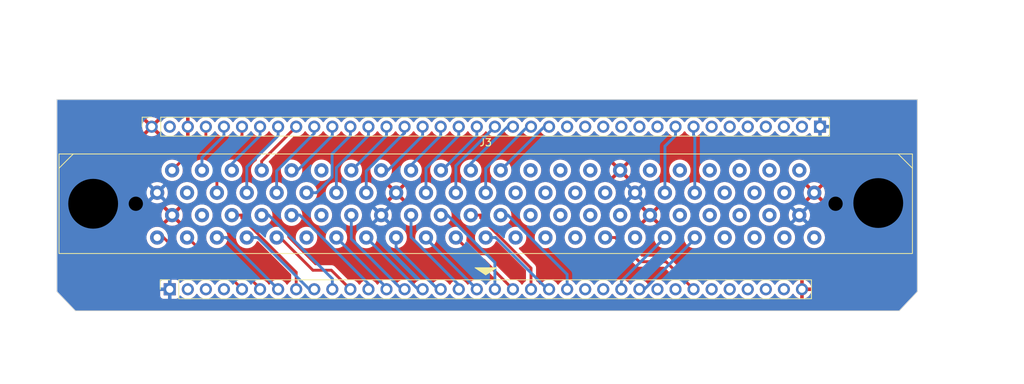
<source format=kicad_pcb>
(kicad_pcb (version 20221018) (generator pcbnew)
  (title_block (title "OSCR CASIO LOOPY ADAPTER") (date "2023-06-14") (rev "V1"))
  (layers (0 "F.Cu" signal) (31 "B.Cu" signal) (34 "B.Paste" user) (35 "F.Paste" user) (36 "B.SilkS" user "B.Silkscreen") (37 "F.SilkS" user "F.Silkscreen") (38 "B.Mask" user) (39 "F.Mask" user) (44 "Edge.Cuts" user))
  (net 0 "")
  (net 1 "D30")
  (net 2 "D31")
  (net 3 "D28")
  (net 4 "D29")
  (net 5 "D26")
  (net 6 "D27")
  (net 7 "D24")
  (net 8 "D25")
  (net 9 "D22")
  (net 10 "D23")
  (net 11 "+5V")
  (net 14 "D17")
  (net 15 "D14")
  (net 16 "D15")
  (net 19 "D8")
  (net 20 "D9")
  (net 21 "D6")
  (net 22 "D7")
  (net 23 "D4")
  (net 25 "D2")
  (net 26 "D3")
  (net 30 "GND")
  (net 31 "D46")
  (net 32 "D47")
  (net 33 "D44")
  (net 34 "D45")
  (net 35 "D42")
  (net 36 "D43")
  (net 37 "D40")
  (net 38 "D41")
  (net 40 "D36")
  (net 41 "D37")
  (net 42 "D34")
  (net 43 "D32")
  (net 44 "D33")
  (net 45 "A14")
  (net 46 "A15")
  (net 47 "A12")
  (net 48 "A13")
  (net 49 "A10")
  (net 50 "A11")
  (net 51 "A8")
  (net 52 "A9")
  (net 53 "A6")
  (net 54 "A7")
  (net 55 "A4")
  (net 56 "A5")
  (net 57 "A2")
  (net 58 "A3")
  (net 59 "A0")
  (net 60 "A1")
  (net 61 "D35")
  (net 66 "D49")
  (net 67 "D48")
  (net 68 "CLK2")
  (net 69 "CLK1")
  (net 70 "CLK0")
  (footprint "Connector_PinSocket_2.54mm:PinSocket_1x36_P2.54mm_Vertical" (layer "F.Cu") (at 105.1 104.255 90)
    (fp_text reference "J2")
    (fp_text value "CART SLOT BOTTOM ROW")
    (fp_line (start -1.33 1.27) (end -1.33 90.23) (stroke (width 0.12)) (layer "F.SilkS"))
    (fp_line (start -1.33 1.27) (end 1.33 1.27) (stroke (width 0.12)) (layer "F.SilkS"))
    (fp_line (start -1.33 90.23) (end 1.33 90.23) (stroke (width 0.12)) (layer "F.SilkS"))
    (fp_line (start 0 -1.33) (end 1.33 -1.33) (stroke (width 0.12)) (layer "F.SilkS"))
    (fp_line (start 1.33 -1.33) (end 1.33 0) (stroke (width 0.12)) (layer "F.SilkS"))
    (fp_line (start 1.33 1.27) (end 1.33 90.23) (stroke (width 0.12)) (layer "F.SilkS"))
    (pad "1" thru_hole rect (at 0 0 90) (size 1.7 1.7) (drill 1) (layers "*.Cu" "*.Mask") (net 30 "GND"))
    (pad "2" thru_hole oval (at 0 2.54 90) (size 1.7 1.7) (drill 1) (layers "*.Cu" "*.Mask"))
    (pad "3" thru_hole oval (at 0 5.08 90) (size 1.7 1.7) (drill 1) (layers "*.Cu" "*.Mask"))
    (pad "4" thru_hole oval (at 0 7.62 90) (size 1.7 1.7) (drill 1) (layers "*.Cu" "*.Mask"))
    (pad "5" thru_hole oval (at 0 10.16 90) (size 1.7 1.7) (drill 1) (layers "*.Cu" "*.Mask") (net 25 "D2"))
    (pad "6" thru_hole oval (at 0 12.7 90) (size 1.7 1.7) (drill 1) (layers "*.Cu" "*.Mask") (net 26 "D3"))
    (pad "7" thru_hole oval (at 0 15.24 90) (size 1.7 1.7) (drill 1) (layers "*.Cu" "*.Mask") (net 38 "D41"))
    (pad "8" thru_hole oval (at 0 17.78 90) (size 1.7 1.7) (drill 1) (layers "*.Cu" "*.Mask") (net 37 "D40"))
    (pad "9" thru_hole oval (at 0 20.32 90) (size 1.7 1.7) (drill 1) (layers "*.Cu" "*.Mask") (net 23 "D4"))
    (pad "10" thru_hole oval (at 0 22.86 90) (size 1.7 1.7) (drill 1) (layers "*.Cu" "*.Mask") (net 16 "D15"))
    (pad "11" thru_hole oval (at 0 25.4 90) (size 1.7 1.7) (drill 1) (layers "*.Cu" "*.Mask") (net 15 "D14"))
    (pad "12" thru_hole oval (at 0 27.94 90) (size 1.7 1.7) (drill 1) (layers "*.Cu" "*.Mask") (net 9 "D22"))
    (pad "13" thru_hole oval (at 0 30.48 90) (size 1.7 1.7) (drill 1) (layers "*.Cu" "*.Mask") (net 10 "D23"))
    (pad "14" thru_hole oval (at 0 33.02 90) (size 1.7 1.7) (drill 1) (layers "*.Cu" "*.Mask") (net 7 "D24"))
    (pad "15" thru_hole oval (at 0 35.56 90) (size 1.7 1.7) (drill 1) (layers "*.Cu" "*.Mask") (net 8 "D25"))
    (pad "16" thru_hole oval (at 0 38.1 90) (size 1.7 1.7) (drill 1) (layers "*.Cu" "*.Mask") (net 5 "D26"))
    (pad "17" thru_hole oval (at 0 40.64 90) (size 1.7 1.7) (drill 1) (layers "*.Cu" "*.Mask") (net 6 "D27"))
    (pad "18" thru_hole oval (at 0 43.18 90) (size 1.7 1.7) (drill 1) (layers "*.Cu" "*.Mask") (net 3 "D28"))
    (pad "19" thru_hole oval (at 0 45.72 90) (size 1.7 1.7) (drill 1) (layers "*.Cu" "*.Mask") (net 4 "D29"))
    (pad "20" thru_hole oval (at 0 48.26 90) (size 1.7 1.7) (drill 1) (layers "*.Cu" "*.Mask") (net 66 "D49"))
    (pad "21" thru_hole oval (at 0 50.8 90) (size 1.7 1.7) (drill 1) (layers "*.Cu" "*.Mask") (net 67 "D48"))
    (pad "22" thru_hole oval (at 0 53.34 90) (size 1.7 1.7) (drill 1) (layers "*.Cu" "*.Mask") (net 32 "D47"))
    (pad "23" thru_hole oval (at 0 55.88 90) (size 1.7 1.7) (drill 1) (layers "*.Cu" "*.Mask") (net 31 "D46"))
    (pad "24" thru_hole oval (at 0 58.42 90) (size 1.7 1.7) (drill 1) (layers "*.Cu" "*.Mask") (net 34 "D45"))
    (pad "25" thru_hole oval (at 0 60.96 90) (size 1.7 1.7) (drill 1) (layers "*.Cu" "*.Mask") (net 33 "D44"))
    (pad "26" thru_hole oval (at 0 63.5 90) (size 1.7 1.7) (drill 1) (layers "*.Cu" "*.Mask") (net 36 "D43"))
    (pad "27" thru_hole oval (at 0 66.04 90) (size 1.7 1.7) (drill 1) (layers "*.Cu" "*.Mask") (net 35 "D42"))
    (pad "28" thru_hole oval (at 0 68.58 90) (size 1.7 1.7) (drill 1) (layers "*.Cu" "*.Mask"))
    (pad "29" thru_hole oval (at 0 71.12 90) (size 1.7 1.7) (drill 1) (layers "*.Cu" "*.Mask"))
    (pad "30" thru_hole oval (at 0 73.66 90) (size 1.7 1.7) (drill 1) (layers "*.Cu" "*.Mask") (net 68 "CLK2"))
    (pad "31" thru_hole oval (at 0 76.2 90) (size 1.7 1.7) (drill 1) (layers "*.Cu" "*.Mask") (net 69 "CLK1"))
    (pad "32" thru_hole oval (at 0 78.74 90) (size 1.7 1.7) (drill 1) (layers "*.Cu" "*.Mask") (net 70 "CLK0"))
    (pad "33" thru_hole oval (at 0 81.28 90) (size 1.7 1.7) (drill 1) (layers "*.Cu" "*.Mask"))
    (pad "34" thru_hole oval (at 0 83.82 90) (size 1.7 1.7) (drill 1) (layers "*.Cu" "*.Mask"))
    (pad "35" thru_hole oval (at 0 86.36 90) (size 1.7 1.7) (drill 1) (layers "*.Cu" "*.Mask"))
    (pad "36" thru_hole oval (at 0 88.9 90) (size 1.7 1.7) (drill 1) (layers "*.Cu" "*.Mask") (net 11 "+5V"))
  )
  (footprint "Connector_PinSocket_2.54mm:PinSocket_1x38_P2.54mm_Vertical" (layer "F.Cu") (at 102.56 81.395 90)
    (fp_text reference "J1")
    (fp_text value "CART SLOT TOP ROW")
    (fp_line (start -1.33 1.27) (end -1.33 95.31) (stroke (width 0.12)) (layer "F.SilkS"))
    (fp_line (start -1.33 1.27) (end 1.33 1.27) (stroke (width 0.12)) (layer "F.SilkS"))
    (fp_line (start -1.33 95.31) (end 1.33 95.31) (stroke (width 0.12)) (layer "F.SilkS"))
    (fp_line (start 0 -1.33) (end 1.33 -1.33) (stroke (width 0.12)) (layer "F.SilkS"))
    (fp_line (start 1.33 -1.33) (end 1.33 0) (stroke (width 0.12)) (layer "F.SilkS"))
    (fp_line (start 1.33 1.27) (end 1.33 95.31) (stroke (width 0.12)) (layer "F.SilkS"))
    (pad "1" thru_hole circle (at 0 0 90) (size 1.7 1.7) (drill 1) (layers "*.Cu" "*.Mask") (net 11 "+5V"))
    (pad "2" thru_hole oval (at 0 2.54 90) (size 1.7 1.7) (drill 1) (layers "*.Cu" "*.Mask"))
    (pad "3" thru_hole oval (at 0 5.08 90) (size 1.7 1.7) (drill 1) (layers "*.Cu" "*.Mask") (net 11 "+5V"))
    (pad "4" thru_hole oval (at 0 7.62 90) (size 1.7 1.7) (drill 1) (layers "*.Cu" "*.Mask") (net 59 "A0"))
    (pad "5" thru_hole oval (at 0 10.16 90) (size 1.7 1.7) (drill 1) (layers "*.Cu" "*.Mask") (net 60 "A1"))
    (pad "6" thru_hole oval (at 0 12.7 90) (size 1.7 1.7) (drill 1) (layers "*.Cu" "*.Mask") (net 57 "A2"))
    (pad "7" thru_hole oval (at 0 15.24 90) (size 1.7 1.7) (drill 1) (layers "*.Cu" "*.Mask") (net 58 "A3"))
    (pad "8" thru_hole oval (at 0 17.78 90) (size 1.7 1.7) (drill 1) (layers "*.Cu" "*.Mask") (net 55 "A4"))
    (pad "9" thru_hole oval (at 0 20.32 90) (size 1.7 1.7) (drill 1) (layers "*.Cu" "*.Mask") (net 56 "A5"))
    (pad "10" thru_hole oval (at 0 22.86 90) (size 1.7 1.7) (drill 1) (layers "*.Cu" "*.Mask") (net 53 "A6"))
    (pad "11" thru_hole oval (at 0 25.4 90) (size 1.7 1.7) (drill 1) (layers "*.Cu" "*.Mask") (net 54 "A7"))
    (pad "12" thru_hole oval (at 0 27.94 90) (size 1.7 1.7) (drill 1) (layers "*.Cu" "*.Mask") (net 51 "A8"))
    (pad "13" thru_hole oval (at 0 30.48 90) (size 1.7 1.7) (drill 1) (layers "*.Cu" "*.Mask") (net 52 "A9"))
    (pad "14" thru_hole oval (at 0 33.02 90) (size 1.7 1.7) (drill 1) (layers "*.Cu" "*.Mask") (net 49 "A10"))
    (pad "15" thru_hole oval (at 0 35.56 90) (size 1.7 1.7) (drill 1) (layers "*.Cu" "*.Mask") (net 50 "A11"))
    (pad "16" thru_hole oval (at 0 38.1 90) (size 1.7 1.7) (drill 1) (layers "*.Cu" "*.Mask") (net 47 "A12"))
    (pad "17" thru_hole oval (at 0 40.64 90) (size 1.7 1.7) (drill 1) (layers "*.Cu" "*.Mask") (net 48 "A13"))
    (pad "18" thru_hole oval (at 0 43.18 90) (size 1.7 1.7) (drill 1) (layers "*.Cu" "*.Mask") (net 45 "A14"))
    (pad "19" thru_hole oval (at 0 45.72 90) (size 1.7 1.7) (drill 1) (layers "*.Cu" "*.Mask") (net 46 "A15"))
    (pad "20" thru_hole oval (at 0 48.26 90) (size 1.7 1.7) (drill 1) (layers "*.Cu" "*.Mask") (net 41 "D37"))
    (pad "21" thru_hole oval (at 0 50.8 90) (size 1.7 1.7) (drill 1) (layers "*.Cu" "*.Mask") (net 40 "D36"))
    (pad "22" thru_hole oval (at 0 53.34 90) (size 1.7 1.7) (drill 1) (layers "*.Cu" "*.Mask") (net 61 "D35"))
    (pad "23" thru_hole oval (at 0 55.88 90) (size 1.7 1.7) (drill 1) (layers "*.Cu" "*.Mask") (net 42 "D34"))
    (pad "24" thru_hole oval (at 0 58.42 90) (size 1.7 1.7) (drill 1) (layers "*.Cu" "*.Mask") (net 44 "D33"))
    (pad "25" thru_hole oval (at 0 60.96 90) (size 1.7 1.7) (drill 1) (layers "*.Cu" "*.Mask") (net 43 "D32"))
    (pad "26" thru_hole oval (at 0 63.5 90) (size 1.7 1.7) (drill 1) (layers "*.Cu" "*.Mask") (net 2 "D31"))
    (pad "27" thru_hole oval (at 0 66.04 90) (size 1.7 1.7) (drill 1) (layers "*.Cu" "*.Mask") (net 1 "D30"))
    (pad "28" thru_hole oval (at 0 68.58 90) (size 1.7 1.7) (drill 1) (layers "*.Cu" "*.Mask") (net 14 "D17"))
    (pad "29" thru_hole oval (at 0 71.12 90) (size 1.7 1.7) (drill 1) (layers "*.Cu" "*.Mask"))
    (pad "30" thru_hole oval (at 0 73.66 90) (size 1.7 1.7) (drill 1) (layers "*.Cu" "*.Mask") (net 21 "D6"))
    (pad "31" thru_hole oval (at 0 76.2 90) (size 1.7 1.7) (drill 1) (layers "*.Cu" "*.Mask") (net 22 "D7"))
    (pad "32" thru_hole oval (at 0 78.74 90) (size 1.7 1.7) (drill 1) (layers "*.Cu" "*.Mask") (net 19 "D8"))
    (pad "33" thru_hole oval (at 0 81.28 90) (size 1.7 1.7) (drill 1) (layers "*.Cu" "*.Mask") (net 20 "D9"))
    (pad "34" thru_hole oval (at 0 83.82 90) (size 1.7 1.7) (drill 1) (layers "*.Cu" "*.Mask"))
    (pad "35" thru_hole oval (at 0 86.36 90) (size 1.7 1.7) (drill 1) (layers "*.Cu" "*.Mask"))
    (pad "36" thru_hole oval (at 0 88.9 90) (size 1.7 1.7) (drill 1) (layers "*.Cu" "*.Mask"))
    (pad "37" thru_hole oval (at 0 91.44 90) (size 1.7 1.7) (drill 1) (layers "*.Cu" "*.Mask"))
    (pad "38" thru_hole rect (at 0 93.98 90) (size 1.7 1.7) (drill 1) (layers "*.Cu" "*.Mask") (net 30 "GND"))
  )
  (footprint "OSCR:Loopy_Slot" (layer "F.Cu") (at 149.53 92.23)
    (fp_text reference "J3" (at 0 -8.6) (layer "F.SilkS"))
    (fp_text value "Loopy_Slot")
    (fp_line (start -58 -7) (end -60 -5) (stroke (width 0.12)) (layer "F.SilkS"))
    (fp_line (start 60 -5) (end 58 -7) (stroke (width 0.12)) (layer "F.SilkS"))
    (fp_rect (start -60 -7) (end 60 7) (stroke (width 0.12)) (fill none) (layer "F.SilkS"))
    (fp_poly (pts (xy 1.5 9) (xy 0 10) (xy -1.5 9)) (stroke (width 0.12)) (fill solid) (layer "F.SilkS"))
    (pad "" np_thru_hole oval (at -55.2 0) (size 8 8) (drill 7) (layers "*.Mask"))
    (pad "" np_thru_hole oval (at -49.2 0) (size 2 2) (drill 2) (layers "*.Mask"))
    (pad "" np_thru_hole oval (at 49.2 0) (size 2 2) (drill 2) (layers "*.Mask"))
    (pad "" np_thru_hole oval (at 55.2 -0.1) (size 8 8) (drill 7) (layers "*.Mask"))
    (pad "1" thru_hole oval (at 46.2 -1.55) (size 2 2) (drill 1) (layers "*.Cu" "*.Mask") (net 11 "+5V"))
    (pad "2" thru_hole oval (at 44.1 -4.7) (size 2 2) (drill 1) (layers "*.Cu" "*.Mask"))
    (pad "3" thru_hole oval (at 42 -1.55) (size 2 2) (drill 1) (layers "*.Cu" "*.Mask"))
    (pad "4" thru_hole oval (at 39.9 -4.7) (size 2 2) (drill 1) (layers "*.Cu" "*.Mask"))
    (pad "5" thru_hole oval (at 37.8 -1.55) (size 2 2) (drill 1) (layers "*.Cu" "*.Mask"))
    (pad "6" thru_hole oval (at 35.7 -4.7) (size 2 2) (drill 1) (layers "*.Cu" "*.Mask"))
    (pad "7" thru_hole oval (at 33.6 -1.55) (size 2 2) (drill 1) (layers "*.Cu" "*.Mask"))
    (pad "8" thru_hole oval (at 31.5 -4.7) (size 2 2) (drill 1) (layers "*.Cu" "*.Mask"))
    (pad "9" thru_hole oval (at 29.4 -1.55) (size 2 2) (drill 1) (layers "*.Cu" "*.Mask") (net 22 "D7"))
    (pad "10" thru_hole oval (at 27.3 -4.7) (size 2 2) (drill 1) (layers "*.Cu" "*.Mask"))
    (pad "11" thru_hole oval (at 25.2 -1.55) (size 2 2) (drill 1) (layers "*.Cu" "*.Mask") (net 21 "D6"))
    (pad "12" thru_hole oval (at 23.1 -4.7) (size 2 2) (drill 1) (layers "*.Cu" "*.Mask"))
    (pad "13" thru_hole oval (at 21 -1.55) (size 2 2) (drill 1) (layers "*.Cu" "*.Mask") (net 30 "GND"))
    (pad "14" thru_hole oval (at 18.9 -4.7) (size 2 2) (drill 1) (layers "*.Cu" "*.Mask") (net 11 "+5V"))
    (pad "15" thru_hole oval (at 16.8 -1.55) (size 2 2) (drill 1) (layers "*.Cu" "*.Mask"))
    (pad "16" thru_hole oval (at 14.7 -4.7) (size 2 2) (drill 1) (layers "*.Cu" "*.Mask"))
    (pad "17" thru_hole oval (at 12.6 -1.55) (size 2 2) (drill 1) (layers "*.Cu" "*.Mask"))
    (pad "18" thru_hole oval (at 10.5 -4.7) (size 2 2) (drill 1) (layers "*.Cu" "*.Mask"))
    (pad "19" thru_hole oval (at 8.4 -1.55) (size 2 2) (drill 1) (layers "*.Cu" "*.Mask"))
    (pad "20" thru_hole oval (at 6.3 -4.7) (size 2 2) (drill 1) (layers "*.Cu" "*.Mask"))
    (pad "21" thru_hole oval (at 4.2 -1.55) (size 2 2) (drill 1) (layers "*.Cu" "*.Mask"))
    (pad "22" thru_hole oval (at 2.1 -4.7) (size 2 2) (drill 1) (layers "*.Cu" "*.Mask") (net 42 "D34"))
    (pad "23" thru_hole oval (at 0 -1.55) (size 2 2) (drill 1) (layers "*.Cu" "*.Mask") (net 61 "D35"))
    (pad "24" thru_hole oval (at -2.1 -4.7) (size 2 2) (drill 1) (layers "*.Cu" "*.Mask") (net 40 "D36"))
    (pad "25" thru_hole oval (at -4.2 -1.55) (size 2 2) (drill 1) (layers "*.Cu" "*.Mask") (net 41 "D37"))
    (pad "26" thru_hole oval (at -6.3 -4.7) (size 2 2) (drill 1) (layers "*.Cu" "*.Mask") (net 46 "A15"))
    (pad "27" thru_hole oval (at -8.4 -1.55) (size 2 2) (drill 1) (layers "*.Cu" "*.Mask") (net 45 "A14"))
    (pad "28" thru_hole oval (at -10.5 -4.7) (size 2 2) (drill 1) (layers "*.Cu" "*.Mask") (net 48 "A13"))
    (pad "29" thru_hole oval (at -12.6 -1.55) (size 2 2) (drill 1) (layers "*.Cu" "*.Mask") (net 11 "+5V"))
    (pad "30" thru_hole oval (at -14.7 -4.7) (size 2 2) (drill 1) (layers "*.Cu" "*.Mask") (net 47 "A12"))
    (pad "31" thru_hole oval (at -16.8 -1.55) (size 2 2) (drill 1) (layers "*.Cu" "*.Mask") (net 50 "A11"))
    (pad "32" thru_hole oval (at -18.9 -4.7) (size 2 2) (drill 1) (layers "*.Cu" "*.Mask") (net 49 "A10"))
    (pad "33" thru_hole oval (at -21 -1.55) (size 2 2) (drill 1) (layers "*.Cu" "*.Mask") (net 52 "A9"))
    (pad "34" thru_hole oval (at -23.1 -4.7) (size 2 2) (drill 1) (layers "*.Cu" "*.Mask"))
    (pad "35" thru_hole oval (at -25.2 -1.55) (size 2 2) (drill 1) (layers "*.Cu" "*.Mask") (net 51 "A8"))
    (pad "36" thru_hole oval (at -27.3 -4.7) (size 2 2) (drill 1) (layers "*.Cu" "*.Mask") (net 54 "A7"))
    (pad "37" thru_hole oval (at -29.4 -1.55) (size 2 2) (drill 1) (layers "*.Cu" "*.Mask") (net 53 "A6"))
    (pad "38" thru_hole oval (at -31.5 -4.7) (size 2 2) (drill 1) (layers "*.Cu" "*.Mask") (net 56 "A5"))
    (pad "39" thru_hole oval (at -33.6 -1.55) (size 2 2) (drill 1) (layers "*.Cu" "*.Mask") (net 55 "A4"))
    (pad "40" thru_hole oval (at -35.7 -4.7) (size 2 2) (drill 1) (layers "*.Cu" "*.Mask") (net 58 "A3"))
    (pad "41" thru_hole oval (at -37.8 -1.55) (size 2 2) (drill 1) (layers "*.Cu" "*.Mask") (net 57 "A2"))
    (pad "42" thru_hole oval (at -39.9 -4.7) (size 2 2) (drill 1) (layers "*.Cu" "*.Mask") (net 60 "A1"))
    (pad "43" thru_hole oval (at -42 -1.55) (size 2 2) (drill 1) (layers "*.Cu" "*.Mask"))
    (pad "44" thru_hole oval (at -44.1 -4.7) (size 2 2) (drill 1) (layers "*.Cu" "*.Mask") (net 59 "A0"))
    (pad "45" thru_hole oval (at -46.2 -1.55) (size 2 2) (drill 1) (layers "*.Cu" "*.Mask") (net 30 "GND"))
    (pad "46" thru_hole oval (at 46.2 4.75) (size 2 2) (drill 1) (layers "*.Cu" "*.Mask"))
    (pad "47" thru_hole oval (at 44.1 1.6) (size 2 2) (drill 1) (layers "*.Cu" "*.Mask") (net 30 "GND"))
    (pad "48" thru_hole oval (at 42 4.75) (size 2 2) (drill 1) (layers "*.Cu" "*.Mask"))
    (pad "49" thru_hole oval (at 39.9 1.6) (size 2 2) (drill 1) (layers "*.Cu" "*.Mask"))
    (pad "50" thru_hole oval (at 37.8 4.75) (size 2 2) (drill 1) (layers "*.Cu" "*.Mask"))
    (pad "51" thru_hole oval (at 35.7 1.6) (size 2 2) (drill 1) (layers "*.Cu" "*.Mask"))
    (pad "52" thru_hole oval (at 33.6 4.75) (size 2 2) (drill 1) (layers "*.Cu" "*.Mask"))
    (pad "53" thru_hole oval (at 31.5 1.6) (size 2 2) (drill 1) (layers "*.Cu" "*.Mask"))
    (pad "54" thru_hole oval (at 29.4 4.75) (size 2 2) (drill 1) (layers "*.Cu" "*.Mask") (net 35 "D42"))
    (pad "55" thru_hole oval (at 27.3 1.6) (size 2 2) (drill 1) (layers "*.Cu" "*.Mask"))
    (pad "56" thru_hole oval (at 25.2 4.75) (size 2 2) (drill 1) (layers "*.Cu" "*.Mask") (net 36 "D43"))
    (pad "57" thru_hole oval (at 23.1 1.6) (size 2 2) (drill 1) (layers "*.Cu" "*.Mask") (net 11 "+5V"))
    (pad "58" thru_hole oval (at 21 4.75) (size 2 2) (drill 1) (layers "*.Cu" "*.Mask"))
    (pad "59" thru_hole oval (at 18.9 1.6) (size 2 2) (drill 1) (layers "*.Cu" "*.Mask"))
    (pad "60" thru_hole oval (at 16.8 4.75) (size 2 2) (drill 1) (layers "*.Cu" "*.Mask") (net 68 "CLK2"))
    (pad "61" thru_hole oval (at 14.7 1.6) (size 2 2) (drill 1) (layers "*.Cu" "*.Mask"))
    (pad "62" thru_hole oval (at 12.6 4.75) (size 2 2) (drill 1) (layers "*.Cu" "*.Mask"))
    (pad "63" thru_hole oval (at 10.5 1.6) (size 2 2) (drill 1) (layers "*.Cu" "*.Mask"))
    (pad "64" thru_hole oval (at 8.4 4.75) (size 2 2) (drill 1) (layers "*.Cu" "*.Mask"))
    (pad "65" thru_hole oval (at 6.3 1.6) (size 2 2) (drill 1) (layers "*.Cu" "*.Mask"))
    (pad "66" thru_hole oval (at 4.2 4.75) (size 2 2) (drill 1) (layers "*.Cu" "*.Mask"))
    (pad "67" thru_hole oval (at 2.1 1.6) (size 2 2) (drill 1) (layers "*.Cu" "*.Mask") (net 31 "D46"))
    (pad "68" thru_hole oval (at 0 4.75) (size 2 2) (drill 1) (layers "*.Cu" "*.Mask") (net 32 "D47"))
    (pad "69" thru_hole oval (at -2.1 1.6) (size 2 2) (drill 1) (layers "*.Cu" "*.Mask") (net 67 "D48"))
    (pad "70" thru_hole oval (at -4.2 4.75) (size 2 2) (drill 1) (layers "*.Cu" "*.Mask") (net 66 "D49"))
    (pad "71" thru_hole oval (at -6.3 1.6) (size 2 2) (drill 1) (layers "*.Cu" "*.Mask") (net 4 "D29"))
    (pad "72" thru_hole oval (at -8.4 4.75) (size 2 2) (drill 1) (layers "*.Cu" "*.Mask") (net 3 "D28"))
    (pad "73" thru_hole oval (at -10.5 1.6) (size 2 2) (drill 1) (layers "*.Cu" "*.Mask") (net 6 "D27"))
    (pad "74" thru_hole oval (at -12.6 4.75) (size 2 2) (drill 1) (layers "*.Cu" "*.Mask") (net 5 "D26"))
    (pad "75" thru_hole oval (at -14.7 1.6) (size 2 2) (drill 1) (layers "*.Cu" "*.Mask") (net 30 "GND"))
    (pad "76" thru_hole oval (at -16.8 4.75) (size 2 2) (drill 1) (layers "*.Cu" "*.Mask") (net 8 "D25"))
    (pad "77" thru_hole oval (at -18.9 1.6) (size 2 2) (drill 1) (layers "*.Cu" "*.Mask") (net 7 "D24"))
    (pad "78" thru_hole oval (at -21 4.75) (size 2 2) (drill 1) (layers "*.Cu" "*.Mask") (net 10 "D23"))
    (pad "79" thru_hole oval (at -23.1 1.6) (size 2 2) (drill 1) (layers "*.Cu" "*.Mask"))
    (pad "80" thru_hole oval (at -25.2 4.75) (size 2 2) (drill 1) (layers "*.Cu" "*.Mask"))
    (pad "81" thru_hole oval (at -27.3 1.6) (size 2 2) (drill 1) (layers "*.Cu" "*.Mask") (net 9 "D22"))
    (pad "82" thru_hole oval (at -29.4 4.75) (size 2 2) (drill 1) (layers "*.Cu" "*.Mask") (net 15 "D14"))
    (pad "83" thru_hole oval (at -31.5 1.6) (size 2 2) (drill 1) (layers "*.Cu" "*.Mask") (net 16 "D15"))
    (pad "84" thru_hole oval (at -33.6 4.75) (size 2 2) (drill 1) (layers "*.Cu" "*.Mask") (net 23 "D4"))
    (pad "85" thru_hole oval (at -35.7 1.6) (size 2 2) (drill 1) (layers "*.Cu" "*.Mask") (net 37 "D40"))
    (pad "86" thru_hole oval (at -37.8 4.75) (size 2 2) (drill 1) (layers "*.Cu" "*.Mask") (net 38 "D41"))
    (pad "87" thru_hole oval (at -39.9 1.6) (size 2 2) (drill 1) (layers "*.Cu" "*.Mask"))
    (pad "88" thru_hole oval (at -42 4.75) (size 2 2) (drill 1) (layers "*.Cu" "*.Mask") (net 26 "D3"))
    (pad "89" thru_hole oval (at -44.1 1.6) (size 2 2) (drill 1) (layers "*.Cu" "*.Mask") (net 11 "+5V"))
    (pad "90" thru_hole oval (at -46.2 4.75) (size 2 2) (drill 1) (layers "*.Cu" "*.Mask") (net 25 "D2"))
  )
  (gr_line (start 89.23 77.58) (end 89.23 104.58) (stroke (width 0.1)) (layer "Edge.Cuts"))
  (gr_line (start 210.23 77.58) (end 89.23 77.58) (stroke (width 0.1)) (layer "Edge.Cuts"))
  (gr_line (start 207.69 107.28) (end 210.23 104.58) (stroke (width 0.1)) (layer "Edge.Cuts"))
  (gr_line (start 91.83 107.28) (end 207.69 107.28) (stroke (width 0.1)) (layer "Edge.Cuts"))
  (gr_line (start 210.23 104.58) (end 210.23 77.58) (stroke (width 0.1)) (layer "Edge.Cuts"))
  (gr_line (start 89.23 104.58) (end 91.83 107.28) (stroke (width 0.1)) (layer "Edge.Cuts"))
  (segment (start 141.13 97.105) (end 148.28 104.255) (width 0.4) (layer "B.Cu") (net 3))
  (segment (start 141.13 96.98) (end 141.13 97.105) (width 0.4) (layer "B.Cu") (net 3))
  (segment (start 144.16 93.83) (end 150.82 100.49) (width 0.4) (layer "B.Cu") (net 4))
  (segment (start 143.23 93.83) (end 144.16 93.83) (width 0.4) (layer "B.Cu") (net 4))
  (segment (start 150.82 100.49) (end 150.82 104.255) (width 0.4) (layer "B.Cu") (net 4))
  (segment (start 143.2 104.255) (end 142.8049 104.255) (width 0.4) (layer "B.Cu") (net 5))
  (segment (start 136.93 98.3801) (end 136.93 96.98) (width 0.4) (layer "B.Cu") (net 5))
  (segment (start 142.8049 104.255) (end 136.93 98.3801) (width 0.4) (layer "B.Cu") (net 5))
  (segment (start 145.74 103.63) (end 139.03 96.92) (width 0.4) (layer "B.Cu") (net 6))
  (segment (start 139.03 96.92) (end 139.03 93.83) (width 0.4) (layer "B.Cu") (net 6))
  (segment (start 145.74 104.255) (end 145.74 103.63) (width 0.4) (layer "B.Cu") (net 6))
  (segment (start 138.12 104.255) (end 137.709 104.255) (width 0.4) (layer "B.Cu") (net 7))
  (segment (start 130.63 97.1759) (end 130.63 93.83) (width 0.4) (layer "B.Cu") (net 7))
  (segment (start 136.87 103.4159) (end 130.63 97.1759) (width 0.4) (layer "B.Cu") (net 7))
  (segment (start 137.709 104.255) (end 136.87 103.416) (width 0.4) (layer "B.Cu") (net 7))
  (segment (start 136.87 103.416) (end 136.87 103.4159) (width 0.4) (layer "B.Cu") (net 7))
  (segment (start 140.005 104.255) (end 140.66 104.255) (width 0.4) (layer "B.Cu") (net 8))
  (segment (start 132.73 96.98) (end 140.005 104.255) (width 0.4) (layer "B.Cu") (net 8))
  (segment (start 123.396 93.83) (end 133.04 103.474) (width 0.4) (layer "B.Cu") (net 9))
  (segment (start 133.04 103.474) (end 133.04 104.255) (width 0.4) (layer "B.Cu") (net 9))
  (segment (start 122.23 93.83) (end 123.396 93.83) (width 0.4) (layer "B.Cu") (net 9))
  (segment (start 128.53 96.98) (end 135.58 104.03) (width 0.4) (layer "B.Cu") (net 10))
  (segment (start 135.58 104.03) (end 135.58 104.255) (width 0.4) (layer "B.Cu") (net 10))
  (segment (start 125.23 101.58) (end 127.825 101.58) (width 0.4) (layer "F.Cu") (net 15))
  (segment (start 120.13 96.98) (end 120.63 96.98) (width 0.4) (layer "F.Cu") (net 15))
  (segment (start 127.825 101.58) (end 130.5 104.255) (width 0.4) (layer "F.Cu") (net 15))
  (segment (start 120.63 96.98) (end 125.23 101.58) (width 0.4) (layer "F.Cu") (net 15))
  (segment (start 127.96 102.773) (end 127.96 104.255) (width 0.4) (layer "B.Cu") (net 16))
  (segment (start 119.017 93.83) (end 127.96 102.773) (width 0.4) (layer "B.Cu") (net 16))
  (segment (start 118.03 93.83) (end 119.017 93.83) (width 0.4) (layer "B.Cu") (net 16))
  (segment (start 176.22 81.395) (end 176.22 82.6451) (width 0.4) (layer "B.Cu") (net 21))
  (segment (start 176.22 82.6451) (end 174.73 84.1351) (width 0.4) (layer "B.Cu") (net 21))
  (segment (start 174.73 84.1351) (end 174.73 90.68) (width 0.4) (layer "B.Cu") (net 21))
  (segment (start 178.76 81.395) (end 178.76 82.6451) (width 0.4) (layer "B.Cu") (net 22))
  (segment (start 178.76 82.6451) (end 178.93 82.8151) (width 0.4) (layer "B.Cu") (net 22))
  (segment (start 178.93 82.8151) (end 178.93 90.68) (width 0.4) (layer "B.Cu") (net 22))
  (segment (start 125.42 104.255) (end 124.717 104.255) (width 0.4) (layer "B.Cu") (net 23))
  (segment (start 117.442 96.98) (end 115.93 96.98) (width 0.4) (layer "B.Cu") (net 23))
  (segment (start 124.717 104.255) (end 117.442 96.98) (width 0.4) (layer "B.Cu") (net 23))
  (segment (start 103.33 96.98) (end 104.23 96.98) (width 0.4) (layer "F.Cu") (net 25))
  (segment (start 108.43 101.18) (end 112.23 101.18) (width 0.4) (layer "F.Cu") (net 25))
  (segment (start 115.305 104.255) (end 115.26 104.255) (width 0.4) (layer "F.Cu") (net 25))
  (segment (start 104.23 96.98) (end 108.43 101.18) (width 0.4) (layer "F.Cu") (net 25))
  (segment (start 112.23 101.18) (end 115.305 104.255) (width 0.4) (layer "F.Cu") (net 25))
  (segment (start 113.5956 99.9456) (end 117.8 104.15) (width 0.4) (layer "F.Cu") (net 26))
  (segment (start 110.5956 99.9456) (end 113.5956 99.9456) (width 0.4) (layer "F.Cu") (net 26))
  (segment (start 107.63 96.98) (end 110.5956 99.9456) (width 0.4) (layer "F.Cu") (net 26))
  (segment (start 107.53 96.98) (end 107.63 96.98) (width 0.4) (layer "F.Cu") (net 26))
  (segment (start 117.8 104.15) (end 117.8 104.255) (width 0.4) (layer "F.Cu") (net 26))
  (segment (start 151.63 93.83) (end 152.647 93.83) (width 0.4) (layer "B.Cu") (net 31))
  (segment (start 152.647 93.83) (end 160.98 102.163) (width 0.4) (layer "B.Cu") (net 31))
  (segment (start 160.98 102.163) (end 160.98 104.255) (width 0.4) (layer "B.Cu") (net 31))
  (segment (start 158.205 104.255) (end 158.44 104.255) (width 0.4) (layer "B.Cu") (net 32))
  (segment (start 149.53 96.98) (end 150.93 96.98) (width 0.4) (layer "B.Cu") (net 32))
  (segment (start 150.93 96.98) (end 158.205 104.255) (width 0.4) (layer "B.Cu") (net 32))
  (segment (start 178.93 96.98) (end 178.93 97.164) (width 0.4) (layer "B.Cu") (net 35))
  (segment (start 178.93 97.164) (end 171.839 104.255) (width 0.4) (layer "B.Cu") (net 35))
  (segment (start 171.839 104.255) (end 171.14 104.255) (width 0.4) (layer "B.Cu") (net 35))
  (segment (start 174.73 96.98) (end 168.6 103.11) (width 0.4) (layer "B.Cu") (net 36))
  (segment (start 168.6 103.11) (end 168.6 104.255) (width 0.4) (layer "B.Cu") (net 36))
  (segment (start 115.23 94.2134) (end 122.88 101.863) (width 0.4) (layer "F.Cu") (net 37))
  (segment (start 122.88 101.863) (end 122.88 104.255) (width 0.4) (layer "F.Cu") (net 37))
  (segment (start 115.23 93.83) (end 115.23 94.2134) (width 0.4) (layer "F.Cu") (net 37))
  (segment (start 113.83 93.83) (end 115.23 93.83) (width 0.4) (layer "F.Cu") (net 37))
  (segment (start 113.13 97.0451) (end 120.34 104.255) (width 0.4) (layer "B.Cu") (net 38))
  (segment (start 113.13 96.98) (end 113.13 97.0451) (width 0.4) (layer "B.Cu") (net 38))
  (segment (start 111.73 96.98) (end 113.13 96.98) (width 0.4) (layer "B.Cu") (net 38))
  (segment (start 153.36 81.395) (end 152.6132 81.395) (width 0.4) (layer "B.Cu") (net 40))
  (segment (start 152.6132 81.395) (end 147.43 86.5782) (width 0.4) (layer "B.Cu") (net 40))
  (segment (start 147.43 86.5782) (end 147.43 87.53) (width 0.4) (layer "B.Cu") (net 40))
  (segment (start 145.33 86.885) (end 145.33 90.68) (width 0.4) (layer "B.Cu") (net 41))
  (segment (start 150.82 81.395) (end 145.33 86.885) (width 0.4) (layer "B.Cu") (net 41))
  (segment (start 157.765 81.395) (end 158.44 81.395) (width 0.4) (layer "B.Cu") (net 42))
  (segment (start 151.63 87.53) (end 157.765 81.395) (width 0.4) (layer "B.Cu") (net 42))
  (segment (start 145.74 81.395) (end 145.74 82.6451) (width 0.4) (layer "B.Cu") (net 45))
  (segment (start 145.74 82.6451) (end 141.13 87.2551) (width 0.4) (layer "B.Cu") (net 45))
  (segment (start 141.13 87.2551) (end 141.13 90.68) (width 0.4) (layer "B.Cu") (net 45))
  (segment (start 143.23 87.53) (end 143.3951 87.53) (width 0.4) (layer "B.Cu") (net 46))
  (segment (start 148.28 82.6451) (end 148.28 81.395) (width 0.4) (layer "B.Cu") (net 46))
  (segment (start 143.3951 87.53) (end 148.28 82.6451) (width 0.4) (layer "B.Cu") (net 46))
  (segment (start 140.66 82.6451) (end 140.66 81.395) (width 0.4) (layer "B.Cu") (net 47))
  (segment (start 135.7751 87.53) (end 140.66 82.6451) (width 0.4) (layer "B.Cu") (net 47))
  (segment (start 134.83 87.53) (end 135.7751 87.53) (width 0.4) (layer "B.Cu") (net 47))
  (segment (start 139.03 86.8151) (end 143.2 82.6451) (width 0.4) (layer "B.Cu") (net 48))
  (segment (start 143.2 82.6451) (end 143.2 81.395) (width 0.4) (layer "B.Cu") (net 48))
  (segment (start 139.03 87.53) (end 139.03 86.8151) (width 0.4) (layer "B.Cu") (net 48))
  (segment (start 130.63 87.53) (end 130.6951 87.53) (width 0.4) (layer "B.Cu") (net 49))
  (segment (start 130.6951 87.53) (end 135.58 82.6451) (width 0.4) (layer "B.Cu") (net 49))
  (segment (start 135.58 82.6451) (end 135.58 81.395) (width 0.4) (layer "B.Cu") (net 49))
  (segment (start 137.9944 82.38) (end 132.73 87.6444) (width 0.4) (layer "B.Cu") (net 50))
  (segment (start 138.12 82.29) (end 138.03 82.38) (width 0.4) (layer "B.Cu") (net 50))
  (segment (start 138.03 82.38) (end 137.9944 82.38) (width 0.4) (layer "B.Cu") (net 50))
  (segment (start 132.73 87.6444) (end 132.73 90.68) (width 0.4) (layer "B.Cu") (net 50))
  (segment (start 138.12 81.395) (end 138.12 82.29) (width 0.4) (layer "B.Cu") (net 50))
  (segment (start 125.73 90.68) (end 127.93 88.4803) (width 0.4) (layer "B.Cu") (net 51))
  (segment (start 127.93 88.4803) (end 127.93 85.2153) (width 0.4) (layer "B.Cu") (net 51))
  (segment (start 124.33 90.68) (end 125.73 90.68) (width 0.4) (layer "B.Cu") (net 51))
  (segment (start 130.5 82.6451) (end 130.5 81.395) (width 0.4) (layer "B.Cu") (net 51))
  (segment (start 127.93 85.2153) (end 130.5 82.6451) (width 0.4) (layer "B.Cu") (net 51))
  (segment (start 133.04 81.395) (end 133.04 82.6451) (width 0.4) (layer "B.Cu") (net 52))
  (segment (start 133.04 82.6451) (end 128.53 87.1551) (width 0.4) (layer "B.Cu") (net 52))
  (segment (start 128.53 87.1551) (end 128.53 90.68) (width 0.4) (layer "B.Cu") (net 52))
  (segment (start 125.42 81.395) (end 125.42 82.3326) (width 0.4) (layer "B.Cu") (net 53))
  (segment (start 125.42 82.3326) (end 120.13 87.6226) (width 0.4) (layer "B.Cu") (net 53))
  (segment (start 120.13 87.6226) (end 120.13 90.68) (width 0.4) (layer "B.Cu") (net 53))
  (segment (start 122.23 87.53) (end 123.0751 87.53) (width 0.4) (layer "B.Cu") (net 54))
  (segment (start 123.0751 87.53) (end 127.96 82.6451) (width 0.4) (layer "B.Cu") (net 54))
  (segment (start 127.96 82.6451) (end 127.96 81.395) (width 0.4) (layer "B.Cu") (net 54))
  (segment (start 120.34 81.395) (end 120.34 82.6451) (width 0.4) (layer "B.Cu") (net 55))
  (segment (start 115.93 87.0551) (end 115.93 90.68) (width 0.4) (layer "B.Cu") (net 55))
  (segment (start 120.34 82.6451) (end 115.93 87.0551) (width 0.4) (layer "B.Cu") (net 55))
  (segment (start 122.88 81.395) (end 118.03 86.245) (width 0.4) (layer "F.Cu") (net 56))
  (segment (start 118.03 86.245) (end 118.03 87.53) (width 0.4) (layer "F.Cu") (net 56))
  (segment (start 115.26 81.395) (end 115.26 82.6451) (width 0.4) (layer "F.Cu") (net 57))
  (segment (start 115.26 82.6451) (end 111.73 86.1751) (width 0.4) (layer "F.Cu") (net 57))
  (segment (start 111.73 86.1751) (end 111.73 90.68) (width 0.4) (layer "F.Cu") (net 57))
  (segment (start 117.8 82.6451) (end 117.8 81.395) (width 0.4) (layer "B.Cu") (net 58))
  (segment (start 113.83 87.53) (end 113.83 86.6151) (width 0.4) (layer "B.Cu") (net 58))
  (segment (start 113.83 86.6151) (end 117.8 82.6451) (width 0.4) (layer "B.Cu") (net 58))
  (segment (start 110.18 81.395) (end 110.18 82.78) (width 0.4) (layer "F.Cu") (net 59))
  (segment (start 110.18 82.78) (end 105.43 87.53) (width 0.4) (layer "F.Cu") (net 59))
  (segment (start 112.72 81.395) (end 112.72 82.6451) (width 0.4) (layer "B.Cu") (net 60))
  (segment (start 112.72 82.6451) (end 109.63 85.7351) (width 0.4) (layer "B.Cu") (net 60))
  (segment (start 109.63 85.7351) (end 109.63 87.53) (width 0.4) (layer "B.Cu") (net 60))
  (segment (start 155.9 81.395) (end 155.4051 81.395) (width 0.4) (layer "B.Cu") (net 61))
  (segment (start 149.53 87.2701) (end 149.53 90.68) (width 0.4) (layer "B.Cu") (net 61))
  (segment (start 155.4051 81.395) (end 149.53 87.2701) (width 0.4) (layer "B.Cu") (net 61))
  (segment (start 148.53 100.18) (end 149.285 100.18) (width 0.4) (layer "F.Cu") (net 66))
  (segment (start 149.285 100.18) (end 153.36 104.255) (width 0.4) (layer "F.Cu") (net 66))
  (segment (start 145.33 96.98) (end 148.53 100.18) (width 0.4) (layer "F.Cu") (net 66))
  (segment (start 148.83 94.2134) (end 155.9 101.283) (width 0.4) (layer "F.Cu") (net 67))
  (segment (start 147.43 93.83) (end 148.83 93.83) (width 0.4) (layer "F.Cu") (net 67))
  (segment (start 148.83 93.83) (end 148.83 94.2134) (width 0.4) (layer "F.Cu") (net 67))
  (segment (start 155.9 101.283) (end 155.9 104.255) (width 0.4) (layer "F.Cu") (net 67))
  (segment (start 171.1301 100.38) (end 167.7301 96.98) (width 0.4) (layer "F.Cu") (net 68))
  (segment (start 167.7301 96.98) (end 166.33 96.98) (width 0.4) (layer "F.Cu") (net 68))
  (segment (start 174.885 100.38) (end 171.1301 100.38) (width 0.4) (layer "F.Cu") (net 68))
  (segment (start 178.76 104.255) (end 174.885 100.38) (width 0.4) (layer "F.Cu") (net 68))
  (zone (net 11) (net_name "+5V") (layer "F.Cu") (priority 1) (connect_pads (clearance 0.508)) (min_thickness 0.25) (fill yes (thermal_gap 0.5) (thermal_bridge_width 0.5))
    (polygon (pts (xy 84.23 63.58) (xy 84.23 112.58) (xy 225.23 112.58) (xy 225.23 63.58)))
  )
  (zone (net 30) (net_name "GND") (layer "B.Cu") (connect_pads (clearance 0.508)) (min_thickness 0.25) (fill yes (thermal_gap 0.5) (thermal_bridge_width 0.5))
    (polygon (pts (xy 81.23 65.58) (xy 220.23 65.58) (xy 220.23 117.58) (xy 81.23 117.58)))
  )
)
</source>
